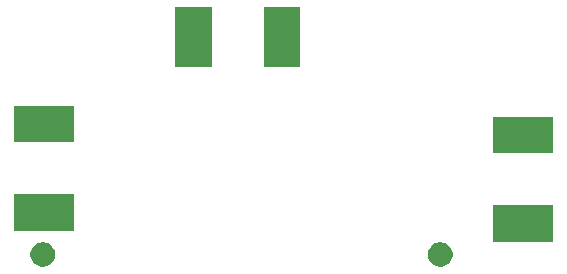
<source format=gbs>
G04 #@! TF.GenerationSoftware,KiCad,Pcbnew,5.0.2-bee76a0~70~ubuntu18.04.1*
G04 #@! TF.CreationDate,2019-03-07T22:18:03-05:00*
G04 #@! TF.ProjectId,mixer,6d697865-722e-46b6-9963-61645f706362,rev?*
G04 #@! TF.SameCoordinates,Original*
G04 #@! TF.FileFunction,Soldermask,Bot*
G04 #@! TF.FilePolarity,Negative*
%FSLAX46Y46*%
G04 Gerber Fmt 4.6, Leading zero omitted, Abs format (unit mm)*
G04 Created by KiCad (PCBNEW 5.0.2-bee76a0~70~ubuntu18.04.1) date Thu 07 Mar 2019 10:18:03 PM EST*
%MOMM*%
%LPD*%
G01*
G04 APERTURE LIST*
%ADD10C,0.100000*%
G04 APERTURE END LIST*
D10*
G36*
X152071414Y-86619879D02*
X152071416Y-86619880D01*
X152071417Y-86619880D01*
X152262594Y-86699068D01*
X152434651Y-86814033D01*
X152580967Y-86960349D01*
X152695932Y-87132406D01*
X152775121Y-87323586D01*
X152815490Y-87526534D01*
X152815490Y-87733466D01*
X152775121Y-87936414D01*
X152695932Y-88127594D01*
X152580967Y-88299651D01*
X152434651Y-88445967D01*
X152434648Y-88445969D01*
X152262594Y-88560932D01*
X152071417Y-88640120D01*
X152071416Y-88640120D01*
X152071414Y-88640121D01*
X151868466Y-88680490D01*
X151661534Y-88680490D01*
X151458586Y-88640121D01*
X151458584Y-88640120D01*
X151458583Y-88640120D01*
X151267406Y-88560932D01*
X151095352Y-88445969D01*
X151095349Y-88445967D01*
X150949033Y-88299651D01*
X150834068Y-88127594D01*
X150754879Y-87936414D01*
X150714510Y-87733466D01*
X150714510Y-87526534D01*
X150754879Y-87323586D01*
X150834068Y-87132406D01*
X150949033Y-86960349D01*
X151095349Y-86814033D01*
X151267406Y-86699068D01*
X151458583Y-86619880D01*
X151458584Y-86619880D01*
X151458586Y-86619879D01*
X151661534Y-86579510D01*
X151868466Y-86579510D01*
X152071414Y-86619879D01*
X152071414Y-86619879D01*
G37*
G36*
X118416414Y-86619879D02*
X118416416Y-86619880D01*
X118416417Y-86619880D01*
X118607594Y-86699068D01*
X118779651Y-86814033D01*
X118925967Y-86960349D01*
X119040932Y-87132406D01*
X119120121Y-87323586D01*
X119160490Y-87526534D01*
X119160490Y-87733466D01*
X119120121Y-87936414D01*
X119040932Y-88127594D01*
X118925967Y-88299651D01*
X118779651Y-88445967D01*
X118779648Y-88445969D01*
X118607594Y-88560932D01*
X118416417Y-88640120D01*
X118416416Y-88640120D01*
X118416414Y-88640121D01*
X118213466Y-88680490D01*
X118006534Y-88680490D01*
X117803586Y-88640121D01*
X117803584Y-88640120D01*
X117803583Y-88640120D01*
X117612406Y-88560932D01*
X117440352Y-88445969D01*
X117440349Y-88445967D01*
X117294033Y-88299651D01*
X117179068Y-88127594D01*
X117099879Y-87936414D01*
X117059510Y-87733466D01*
X117059510Y-87526534D01*
X117099879Y-87323586D01*
X117179068Y-87132406D01*
X117294033Y-86960349D01*
X117440349Y-86814033D01*
X117612406Y-86699068D01*
X117803583Y-86619880D01*
X117803584Y-86619880D01*
X117803586Y-86619879D01*
X118006534Y-86579510D01*
X118213466Y-86579510D01*
X118416414Y-86619879D01*
X118416414Y-86619879D01*
G37*
G36*
X161301000Y-86581000D02*
X156199000Y-86581000D01*
X156199000Y-83479000D01*
X161301000Y-83479000D01*
X161301000Y-86581000D01*
X161301000Y-86581000D01*
G37*
G36*
X120788000Y-85649000D02*
X115686000Y-85649000D01*
X115686000Y-82547000D01*
X120788000Y-82547000D01*
X120788000Y-85649000D01*
X120788000Y-85649000D01*
G37*
G36*
X161301000Y-79081000D02*
X156199000Y-79081000D01*
X156199000Y-75979000D01*
X161301000Y-75979000D01*
X161301000Y-79081000D01*
X161301000Y-79081000D01*
G37*
G36*
X120788000Y-78149000D02*
X115686000Y-78149000D01*
X115686000Y-75047000D01*
X120788000Y-75047000D01*
X120788000Y-78149000D01*
X120788000Y-78149000D01*
G37*
G36*
X139921000Y-71766000D02*
X136819000Y-71766000D01*
X136819000Y-66664000D01*
X139921000Y-66664000D01*
X139921000Y-71766000D01*
X139921000Y-71766000D01*
G37*
G36*
X132421000Y-71766000D02*
X129319000Y-71766000D01*
X129319000Y-66664000D01*
X132421000Y-66664000D01*
X132421000Y-71766000D01*
X132421000Y-71766000D01*
G37*
M02*

</source>
